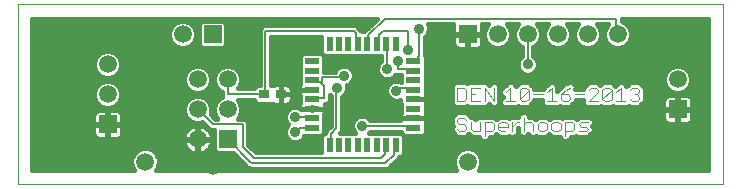
<source format=gtl>
G75*
%MOIN*%
%OFA0B0*%
%FSLAX24Y24*%
%IPPOS*%
%LPD*%
%AMOC8*
5,1,8,0,0,1.08239X$1,22.5*
%
%ADD10C,0.0000*%
%ADD11C,0.0040*%
%ADD12R,0.0500X0.0220*%
%ADD13R,0.0220X0.0500*%
%ADD14R,0.0594X0.0594*%
%ADD15C,0.0594*%
%ADD16R,0.0360X0.0315*%
%ADD17C,0.0160*%
%ADD18C,0.0350*%
%ADD19C,0.0070*%
%ADD20C,0.0591*%
D10*
X000180Y000180D02*
X000180Y006180D01*
X023680Y006180D01*
X023680Y000180D01*
X000180Y000180D01*
D11*
X014825Y002027D02*
X014902Y001950D01*
X015055Y001950D01*
X015132Y002027D01*
X015132Y002103D01*
X015055Y002180D01*
X014902Y002180D01*
X014825Y002257D01*
X014825Y002334D01*
X014902Y002410D01*
X015055Y002410D01*
X015132Y002334D01*
X015285Y002257D02*
X015285Y002027D01*
X015362Y001950D01*
X015592Y001950D01*
X015592Y002257D01*
X015746Y002257D02*
X015976Y002257D01*
X016053Y002180D01*
X016053Y002027D01*
X015976Y001950D01*
X015746Y001950D01*
X015746Y001797D02*
X015746Y002257D01*
X016206Y002180D02*
X016283Y002257D01*
X016436Y002257D01*
X016513Y002180D01*
X016513Y002103D01*
X016206Y002103D01*
X016206Y002027D02*
X016206Y002180D01*
X016206Y002027D02*
X016283Y001950D01*
X016436Y001950D01*
X016667Y001950D02*
X016667Y002257D01*
X016820Y002257D02*
X016897Y002257D01*
X016820Y002257D02*
X016667Y002103D01*
X017050Y002180D02*
X017127Y002257D01*
X017280Y002257D01*
X017357Y002180D01*
X017357Y001950D01*
X017511Y002027D02*
X017587Y001950D01*
X017741Y001950D01*
X017818Y002027D01*
X017818Y002180D01*
X017741Y002257D01*
X017587Y002257D01*
X017511Y002180D01*
X017511Y002027D01*
X017050Y001950D02*
X017050Y002410D01*
X017971Y002180D02*
X017971Y002027D01*
X018048Y001950D01*
X018201Y001950D01*
X018278Y002027D01*
X018278Y002180D01*
X018201Y002257D01*
X018048Y002257D01*
X017971Y002180D01*
X018431Y002257D02*
X018662Y002257D01*
X018738Y002180D01*
X018738Y002027D01*
X018662Y001950D01*
X018431Y001950D01*
X018431Y001797D02*
X018431Y002257D01*
X018892Y002180D02*
X018969Y002103D01*
X019122Y002103D01*
X019199Y002027D01*
X019122Y001950D01*
X018892Y001950D01*
X018892Y002180D02*
X018969Y002257D01*
X019199Y002257D01*
X019212Y002950D02*
X019519Y003257D01*
X019519Y003334D01*
X019443Y003410D01*
X019289Y003410D01*
X019212Y003334D01*
X019059Y003180D02*
X018752Y003180D01*
X018598Y003103D02*
X018598Y003027D01*
X018522Y002950D01*
X018368Y002950D01*
X018292Y003027D01*
X018292Y003180D01*
X018522Y003180D01*
X018598Y003103D01*
X018445Y003334D02*
X018292Y003180D01*
X017985Y003410D02*
X017831Y003257D01*
X017678Y003180D02*
X017371Y003180D01*
X017217Y003027D02*
X017141Y002950D01*
X016987Y002950D01*
X016910Y003027D01*
X017217Y003334D01*
X017217Y003027D01*
X016910Y003027D02*
X016910Y003334D01*
X016987Y003410D01*
X017141Y003410D01*
X017217Y003334D01*
X016603Y003410D02*
X016450Y003257D01*
X016603Y003410D02*
X016603Y002950D01*
X016450Y002950D02*
X016757Y002950D01*
X016053Y002950D02*
X016053Y003410D01*
X015746Y003410D02*
X016053Y002950D01*
X015746Y002950D02*
X015746Y003410D01*
X015592Y003410D02*
X015285Y003410D01*
X015285Y002950D01*
X015592Y002950D01*
X015439Y003180D02*
X015285Y003180D01*
X015132Y003027D02*
X015132Y003334D01*
X015055Y003410D01*
X014825Y003410D01*
X014825Y002950D01*
X015055Y002950D01*
X015132Y003027D01*
X017831Y002950D02*
X018138Y002950D01*
X017985Y002950D02*
X017985Y003410D01*
X018445Y003334D02*
X018598Y003410D01*
X019673Y003334D02*
X019673Y003027D01*
X019980Y003334D01*
X019980Y003027D01*
X019903Y002950D01*
X019749Y002950D01*
X019673Y003027D01*
X019519Y002950D02*
X019212Y002950D01*
X020133Y002950D02*
X020440Y002950D01*
X020287Y002950D02*
X020287Y003410D01*
X020133Y003257D01*
X019980Y003334D02*
X019903Y003410D01*
X019749Y003410D01*
X019673Y003334D01*
X020594Y003334D02*
X020670Y003410D01*
X020824Y003410D01*
X020900Y003334D01*
X020900Y003257D01*
X020824Y003180D01*
X020900Y003103D01*
X020900Y003027D01*
X020824Y002950D01*
X020670Y002950D01*
X020594Y003027D01*
X020747Y003180D02*
X020824Y003180D01*
D12*
X013370Y003023D03*
X013370Y003337D03*
X013370Y003652D03*
X013370Y003967D03*
X013370Y004282D03*
X009990Y004282D03*
X009990Y003967D03*
X009990Y003652D03*
X009990Y003337D03*
X009990Y003023D03*
X009990Y002708D03*
X009990Y002393D03*
X009990Y002078D03*
X013370Y002078D03*
X013370Y002393D03*
X013370Y002708D03*
D13*
X012782Y001490D03*
X012467Y001490D03*
X012152Y001490D03*
X011837Y001490D03*
X011523Y001490D03*
X011208Y001490D03*
X010893Y001490D03*
X010578Y001490D03*
X010578Y004870D03*
X010893Y004870D03*
X011208Y004870D03*
X011523Y004870D03*
X011837Y004870D03*
X012152Y004870D03*
X012467Y004870D03*
X012782Y004870D03*
D14*
X015180Y005180D03*
X022180Y002680D03*
X007180Y001680D03*
X003180Y002180D03*
X006680Y005180D03*
D15*
X005680Y005180D03*
X003180Y004180D03*
X003180Y003180D03*
X006180Y002680D03*
X007180Y002680D03*
X007180Y003680D03*
X006180Y003680D03*
X006180Y001680D03*
X016180Y005180D03*
X017180Y005180D03*
X018180Y005180D03*
X019180Y005180D03*
X020180Y005180D03*
X022180Y003680D03*
D16*
X008956Y003180D03*
X008404Y003180D03*
D17*
X008064Y002995D02*
X008064Y002956D01*
X008158Y002863D01*
X008650Y002863D01*
X008666Y002878D01*
X008706Y002855D01*
X008752Y002843D01*
X008956Y002843D01*
X009160Y002843D01*
X009205Y002855D01*
X009246Y002878D01*
X009280Y002912D01*
X009304Y002953D01*
X009316Y002999D01*
X009316Y003180D01*
X009316Y003361D01*
X009304Y003407D01*
X009280Y003448D01*
X009246Y003482D01*
X009205Y003505D01*
X009160Y003517D01*
X008956Y003517D01*
X008956Y003180D01*
X009316Y003180D01*
X008956Y003180D01*
X008956Y003180D01*
X008956Y003180D01*
X008956Y002843D01*
X008956Y003180D01*
X008956Y003180D01*
X008956Y003517D01*
X008752Y003517D01*
X008706Y003505D01*
X008666Y003482D01*
X008650Y003497D01*
X008635Y003497D01*
X008635Y005095D01*
X010308Y005095D01*
X010308Y004554D01*
X010401Y004460D01*
X012305Y004460D01*
X012305Y004309D01*
X012216Y004220D01*
X012165Y004097D01*
X012165Y003963D01*
X012216Y003840D01*
X012310Y003746D01*
X012433Y003695D01*
X012567Y003695D01*
X012690Y003746D01*
X012779Y003835D01*
X012960Y003835D01*
X012960Y003603D01*
X012872Y003640D01*
X012738Y003640D01*
X012615Y003589D01*
X012521Y003495D01*
X012470Y003372D01*
X012470Y003238D01*
X012521Y003115D01*
X012615Y003021D01*
X012738Y002970D01*
X012872Y002970D01*
X012940Y002998D01*
X012940Y002889D01*
X012952Y002843D01*
X012960Y002830D01*
X012960Y002585D01*
X012952Y002572D01*
X012940Y002526D01*
X012940Y002393D01*
X013370Y002393D01*
X013800Y002393D01*
X013800Y002526D01*
X013788Y002572D01*
X013780Y002585D01*
X013780Y002830D01*
X013788Y002843D01*
X013800Y002889D01*
X013800Y003023D01*
X013800Y003156D01*
X013788Y003202D01*
X013780Y003215D01*
X013780Y004459D01*
X013745Y004494D01*
X013745Y005081D01*
X013834Y005170D01*
X013885Y005293D01*
X013885Y005427D01*
X013848Y005515D01*
X014707Y005515D01*
X014703Y005501D01*
X014703Y005198D01*
X015162Y005198D01*
X015162Y005162D01*
X015198Y005162D01*
X015198Y005198D01*
X015657Y005198D01*
X015657Y005501D01*
X015653Y005515D01*
X015869Y005515D01*
X015793Y005439D01*
X015723Y005271D01*
X015723Y005089D01*
X015793Y004921D01*
X015921Y004793D01*
X016089Y004723D01*
X016271Y004723D01*
X016439Y004793D01*
X016567Y004921D01*
X016637Y005089D01*
X016637Y005271D01*
X016567Y005439D01*
X016491Y005515D01*
X016869Y005515D01*
X016793Y005439D01*
X016723Y005271D01*
X016723Y005089D01*
X016793Y004921D01*
X016921Y004793D01*
X016985Y004766D01*
X016985Y004459D01*
X016896Y004370D01*
X016845Y004247D01*
X016845Y004113D01*
X016896Y003990D01*
X016990Y003896D01*
X017113Y003845D01*
X017247Y003845D01*
X017370Y003896D01*
X017464Y003990D01*
X017515Y004113D01*
X017515Y004247D01*
X017464Y004370D01*
X017375Y004459D01*
X017375Y004766D01*
X017439Y004793D01*
X017567Y004921D01*
X017637Y005089D01*
X017637Y005271D01*
X017567Y005439D01*
X017491Y005515D01*
X017869Y005515D01*
X017793Y005439D01*
X017723Y005271D01*
X017723Y005089D01*
X017793Y004921D01*
X017921Y004793D01*
X018089Y004723D01*
X018271Y004723D01*
X018439Y004793D01*
X018567Y004921D01*
X018637Y005089D01*
X018637Y005271D01*
X018567Y005439D01*
X018491Y005515D01*
X018869Y005515D01*
X018793Y005439D01*
X018723Y005271D01*
X018723Y005089D01*
X018793Y004921D01*
X018921Y004793D01*
X019089Y004723D01*
X019271Y004723D01*
X019439Y004793D01*
X019567Y004921D01*
X019637Y005089D01*
X019637Y005271D01*
X019567Y005439D01*
X019491Y005515D01*
X019869Y005515D01*
X019793Y005439D01*
X019723Y005271D01*
X019723Y005089D01*
X019793Y004921D01*
X019921Y004793D01*
X020089Y004723D01*
X020271Y004723D01*
X020439Y004793D01*
X020567Y004921D01*
X020637Y005089D01*
X020637Y005271D01*
X020567Y005439D01*
X020439Y005567D01*
X020325Y005614D01*
X020325Y005700D01*
X023200Y005700D01*
X023200Y000660D01*
X015554Y000660D01*
X015566Y000672D01*
X015635Y000839D01*
X015635Y001021D01*
X015566Y001188D01*
X015438Y001316D01*
X015271Y001385D01*
X015089Y001385D01*
X014922Y001316D01*
X014794Y001188D01*
X014725Y001021D01*
X014725Y000839D01*
X014794Y000672D01*
X014806Y000660D01*
X004804Y000660D01*
X004816Y000672D01*
X004885Y000839D01*
X004885Y001021D01*
X004816Y001188D01*
X004688Y001316D01*
X004521Y001385D01*
X004339Y001385D01*
X004172Y001316D01*
X004044Y001188D01*
X003975Y001021D01*
X003975Y000839D01*
X004044Y000672D01*
X004056Y000660D01*
X000660Y000660D01*
X000660Y005700D01*
X012144Y005700D01*
X011724Y005280D01*
X011645Y005280D01*
X011645Y005301D01*
X011575Y005371D01*
X011461Y005485D01*
X008359Y005485D01*
X008245Y005371D01*
X008245Y003497D01*
X008158Y003497D01*
X008064Y003404D01*
X008064Y003385D01*
X007531Y003385D01*
X007567Y003421D01*
X007637Y003589D01*
X007637Y003771D01*
X007567Y003939D01*
X007439Y004067D01*
X007271Y004137D01*
X007089Y004137D01*
X006921Y004067D01*
X006793Y003939D01*
X006723Y003771D01*
X006723Y003589D01*
X006793Y003421D01*
X006921Y003293D01*
X006985Y003266D01*
X006985Y003109D01*
X006996Y003098D01*
X006921Y003067D01*
X006793Y002939D01*
X006723Y002771D01*
X006723Y002589D01*
X006793Y002421D01*
X006839Y002375D01*
X006761Y002375D01*
X006610Y002525D01*
X006637Y002589D01*
X006637Y002771D01*
X006567Y002939D01*
X006439Y003067D01*
X006271Y003137D01*
X006089Y003137D01*
X005921Y003067D01*
X005793Y002939D01*
X005723Y002771D01*
X005723Y002589D01*
X005793Y002421D01*
X005921Y002293D01*
X006089Y002223D01*
X006271Y002223D01*
X006335Y002250D01*
X006599Y001985D01*
X006723Y001985D01*
X006723Y001317D01*
X006817Y001223D01*
X007361Y001223D01*
X007750Y000834D01*
X007755Y000813D01*
X007806Y000778D01*
X007849Y000735D01*
X007871Y000735D01*
X007881Y000728D01*
X007924Y000685D01*
X007946Y000685D01*
X007964Y000673D01*
X008024Y000685D01*
X012511Y000685D01*
X012625Y000799D01*
X012905Y001079D01*
X012905Y001080D01*
X012959Y001080D01*
X013052Y001174D01*
X013052Y001806D01*
X012959Y001900D01*
X011894Y001900D01*
X011939Y001945D01*
X012960Y001945D01*
X012960Y001901D01*
X013054Y001808D01*
X013686Y001808D01*
X013780Y001901D01*
X013780Y002200D01*
X013788Y002213D01*
X013800Y002259D01*
X013800Y002393D01*
X013370Y002393D01*
X013370Y002393D01*
X013370Y002393D01*
X012940Y002393D01*
X012940Y002335D01*
X011939Y002335D01*
X011850Y002424D01*
X011727Y002475D01*
X011593Y002475D01*
X011470Y002424D01*
X011376Y002330D01*
X011325Y002207D01*
X011325Y002073D01*
X011376Y001950D01*
X011426Y001900D01*
X010926Y001900D01*
X011000Y001974D01*
X011000Y003112D01*
X011010Y003116D01*
X011104Y003210D01*
X011155Y003333D01*
X011155Y003467D01*
X011149Y003481D01*
X011245Y003521D01*
X011339Y003615D01*
X011390Y003738D01*
X011390Y003872D01*
X011339Y003995D01*
X011245Y004089D01*
X011122Y004140D01*
X010988Y004140D01*
X010865Y004089D01*
X010771Y003995D01*
X010750Y003945D01*
X010400Y003945D01*
X010400Y004459D01*
X010306Y004552D01*
X009674Y004552D01*
X009580Y004459D01*
X009580Y003530D01*
X009572Y003517D01*
X009560Y003471D01*
X009560Y003337D01*
X009560Y003204D01*
X009572Y003158D01*
X009580Y003145D01*
X009580Y002900D01*
X009572Y002887D01*
X009560Y002841D01*
X009560Y002739D01*
X009497Y002765D01*
X009363Y002765D01*
X009240Y002714D01*
X009146Y002620D01*
X009095Y002497D01*
X009095Y002363D01*
X009146Y002240D01*
X009206Y002180D01*
X009146Y002120D01*
X009095Y001997D01*
X009095Y001863D01*
X009146Y001740D01*
X009240Y001646D01*
X009363Y001595D01*
X009497Y001595D01*
X009620Y001646D01*
X009714Y001740D01*
X009742Y001808D01*
X010306Y001808D01*
X010400Y001901D01*
X010400Y002515D01*
X010408Y002528D01*
X010420Y002574D01*
X010420Y002708D01*
X010420Y002841D01*
X010416Y002855D01*
X010481Y002855D01*
X010595Y002969D01*
X010595Y003151D01*
X010610Y003136D01*
X010610Y002136D01*
X010529Y002055D01*
X010415Y001941D01*
X010415Y001900D01*
X010401Y001900D01*
X010308Y001806D01*
X010308Y001250D01*
X008136Y001250D01*
X007875Y001511D01*
X007875Y002261D01*
X007761Y002375D01*
X007521Y002375D01*
X007567Y002421D01*
X007637Y002589D01*
X007637Y002771D01*
X007567Y002939D01*
X007511Y002995D01*
X008064Y002995D01*
X008146Y002875D02*
X007594Y002875D01*
X007637Y002716D02*
X009245Y002716D01*
X009240Y002875D02*
X009569Y002875D01*
X009626Y002708D02*
X009990Y002708D01*
X009990Y002753D01*
X009990Y002708D01*
X009990Y002708D01*
X009990Y002708D01*
X010420Y002708D01*
X009990Y002708D01*
X009990Y002708D01*
X009626Y002708D01*
X009626Y002708D01*
X009990Y002708D02*
X009990Y002663D01*
X009990Y002663D01*
X009990Y002708D01*
X009990Y002708D01*
X009990Y002716D02*
X009990Y002716D01*
X009990Y002753D02*
X009990Y002753D01*
X010420Y002716D02*
X010610Y002716D01*
X010610Y002875D02*
X010500Y002875D01*
X010595Y003033D02*
X010610Y003033D01*
X011000Y003033D02*
X012603Y003033D01*
X012489Y003192D02*
X011085Y003192D01*
X011155Y003350D02*
X012470Y003350D01*
X012535Y003509D02*
X011215Y003509D01*
X011360Y003667D02*
X012960Y003667D01*
X012960Y003826D02*
X012769Y003826D01*
X012231Y003826D02*
X011390Y003826D01*
X011343Y003984D02*
X012165Y003984D01*
X012184Y004143D02*
X010400Y004143D01*
X010400Y004301D02*
X012297Y004301D01*
X012305Y004460D02*
X010399Y004460D01*
X010308Y004618D02*
X008635Y004618D01*
X008635Y004460D02*
X009581Y004460D01*
X009580Y004301D02*
X008635Y004301D01*
X008635Y004143D02*
X009580Y004143D01*
X009580Y003984D02*
X008635Y003984D01*
X008635Y003826D02*
X009580Y003826D01*
X009580Y003667D02*
X008635Y003667D01*
X008635Y003509D02*
X008719Y003509D01*
X008956Y003509D02*
X008956Y003509D01*
X009193Y003509D02*
X009570Y003509D01*
X009560Y003350D02*
X009316Y003350D01*
X009316Y003192D02*
X009563Y003192D01*
X009560Y003337D02*
X009990Y003337D01*
X009990Y003337D01*
X009560Y003337D01*
X008956Y003350D02*
X008956Y003350D01*
X008956Y003192D02*
X008956Y003192D01*
X008956Y003033D02*
X008956Y003033D01*
X009316Y003033D02*
X009580Y003033D01*
X008956Y002875D02*
X008956Y002875D01*
X008672Y002875D02*
X008662Y002875D01*
X009120Y002558D02*
X007624Y002558D01*
X007545Y002399D02*
X009095Y002399D01*
X009146Y002241D02*
X007875Y002241D01*
X007875Y002082D02*
X009130Y002082D01*
X009095Y001924D02*
X007875Y001924D01*
X007875Y001765D02*
X009136Y001765D01*
X009336Y001607D02*
X007875Y001607D01*
X007938Y001448D02*
X010308Y001448D01*
X010308Y001607D02*
X009524Y001607D01*
X009724Y001765D02*
X010308Y001765D01*
X010400Y001924D02*
X010415Y001924D01*
X010949Y001924D02*
X011403Y001924D01*
X011325Y002082D02*
X011000Y002082D01*
X011000Y002241D02*
X011339Y002241D01*
X011445Y002399D02*
X011000Y002399D01*
X011000Y002558D02*
X012948Y002558D01*
X012940Y002399D02*
X011875Y002399D01*
X011000Y002716D02*
X012960Y002716D01*
X012944Y002875D02*
X011000Y002875D01*
X010610Y002558D02*
X010416Y002558D01*
X010400Y002399D02*
X010610Y002399D01*
X010610Y002241D02*
X010400Y002241D01*
X010400Y002082D02*
X010556Y002082D01*
X011917Y001924D02*
X012960Y001924D01*
X013052Y001765D02*
X015566Y001765D01*
X015566Y001770D02*
X015566Y001722D01*
X015671Y001617D01*
X015820Y001617D01*
X015926Y001722D01*
X015926Y001770D01*
X016051Y001770D01*
X016080Y001800D01*
X016127Y001847D01*
X016127Y001847D01*
X016129Y001849D01*
X016132Y001847D01*
X016208Y001770D01*
X016511Y001770D01*
X016551Y001811D01*
X016592Y001770D01*
X016741Y001770D01*
X016847Y001875D01*
X016847Y002029D01*
X016870Y002053D01*
X016870Y001875D01*
X016976Y001770D01*
X017125Y001770D01*
X017204Y001849D01*
X017283Y001770D01*
X017432Y001770D01*
X017472Y001811D01*
X017513Y001770D01*
X017815Y001770D01*
X017875Y001830D01*
X017892Y001847D01*
X017892Y001847D01*
X017894Y001849D01*
X017973Y001770D01*
X018251Y001770D01*
X018251Y001722D01*
X018357Y001617D01*
X018506Y001617D01*
X018611Y001722D01*
X018611Y001770D01*
X018736Y001770D01*
X018777Y001811D01*
X018817Y001770D01*
X019197Y001770D01*
X019256Y001830D01*
X019273Y001847D01*
X019319Y001892D01*
X019379Y001952D01*
X019379Y002101D01*
X019338Y002142D01*
X019379Y002182D01*
X019379Y002331D01*
X019273Y002437D01*
X018894Y002437D01*
X018834Y002377D01*
X018815Y002358D01*
X018736Y002437D01*
X018357Y002437D01*
X018316Y002396D01*
X018276Y002437D01*
X017973Y002437D01*
X017912Y002375D01*
X017894Y002358D01*
X017815Y002437D01*
X017513Y002437D01*
X017451Y002375D01*
X017434Y002358D01*
X017432Y002360D01*
X017355Y002437D01*
X017230Y002437D01*
X017230Y002485D01*
X017125Y002590D01*
X016976Y002590D01*
X016870Y002485D01*
X016870Y002437D01*
X016745Y002437D01*
X016743Y002435D01*
X016741Y002437D01*
X016592Y002437D01*
X016551Y002396D01*
X016511Y002437D01*
X016208Y002437D01*
X016149Y002377D01*
X016129Y002358D01*
X016127Y002360D01*
X016051Y002437D01*
X015671Y002437D01*
X015669Y002435D01*
X015667Y002437D01*
X015518Y002437D01*
X015439Y002358D01*
X015360Y002437D01*
X015283Y002437D01*
X015235Y002485D01*
X015130Y002590D01*
X014827Y002590D01*
X014766Y002529D01*
X014722Y002485D01*
X014707Y002470D01*
X014645Y002408D01*
X014645Y002182D01*
X014686Y002142D01*
X014645Y002101D01*
X014645Y001952D01*
X014827Y001770D01*
X015130Y001770D01*
X015191Y001832D01*
X015206Y001847D01*
X015206Y001847D01*
X015209Y001849D01*
X015288Y001770D01*
X015566Y001770D01*
X015926Y001765D02*
X018251Y001765D01*
X018611Y001765D02*
X023200Y001765D01*
X023200Y001924D02*
X019350Y001924D01*
X019273Y001847D02*
X019273Y001847D01*
X019379Y002082D02*
X023200Y002082D01*
X023200Y002241D02*
X022589Y002241D01*
X022587Y002239D02*
X022621Y002273D01*
X022645Y002314D01*
X022657Y002359D01*
X022657Y002662D01*
X022198Y002662D01*
X022198Y002698D01*
X022657Y002698D01*
X022657Y003001D01*
X022645Y003046D01*
X022621Y003087D01*
X022587Y003121D01*
X022546Y003145D01*
X022501Y003157D01*
X022198Y003157D01*
X022198Y002698D01*
X022162Y002698D01*
X022162Y002662D01*
X022198Y002662D01*
X022198Y002203D01*
X022501Y002203D01*
X022546Y002215D01*
X022587Y002239D01*
X022657Y002399D02*
X023200Y002399D01*
X023200Y002558D02*
X022657Y002558D01*
X022657Y002716D02*
X023200Y002716D01*
X023200Y002875D02*
X022657Y002875D01*
X022648Y003033D02*
X023200Y003033D01*
X023200Y003192D02*
X021080Y003192D01*
X021080Y003182D02*
X021078Y003180D01*
X021080Y003178D01*
X021080Y002952D01*
X021019Y002891D01*
X020975Y002847D01*
X020975Y002847D01*
X020960Y002832D01*
X020898Y002770D01*
X020596Y002770D01*
X020555Y002811D01*
X020515Y002770D01*
X020059Y002770D01*
X020018Y002811D01*
X019978Y002770D01*
X019675Y002770D01*
X019634Y002811D01*
X019594Y002770D01*
X019138Y002770D01*
X019032Y002875D01*
X019032Y003000D01*
X018778Y003000D01*
X018778Y002952D01*
X018719Y002892D01*
X018673Y002847D01*
X018673Y002847D01*
X018656Y002830D01*
X018596Y002770D01*
X018294Y002770D01*
X018253Y002811D01*
X018213Y002770D01*
X017757Y002770D01*
X017651Y002875D01*
X017651Y003000D01*
X017397Y003000D01*
X017397Y002952D01*
X017336Y002891D01*
X017292Y002847D01*
X017292Y002847D01*
X017277Y002832D01*
X017215Y002770D01*
X016913Y002770D01*
X016872Y002811D01*
X016831Y002770D01*
X016375Y002770D01*
X016270Y002875D01*
X016270Y003025D01*
X016349Y003103D01*
X016270Y003182D01*
X016270Y003331D01*
X016423Y003485D01*
X016423Y003485D01*
X016529Y003590D01*
X016678Y003590D01*
X016783Y003485D01*
X016783Y003461D01*
X016790Y003468D01*
X016807Y003485D01*
X016807Y003485D01*
X016853Y003531D01*
X016913Y003590D01*
X017215Y003590D01*
X017292Y003514D01*
X017391Y003414D01*
X017397Y003408D01*
X017397Y003360D01*
X017680Y003360D01*
X017805Y003485D01*
X017805Y003485D01*
X017910Y003590D01*
X018059Y003590D01*
X018165Y003485D01*
X018165Y003308D01*
X018217Y003360D01*
X018217Y003360D01*
X018288Y003431D01*
X018298Y003461D01*
X018338Y003482D01*
X018370Y003514D01*
X018403Y003514D01*
X018585Y003605D01*
X018726Y003558D01*
X018793Y003424D01*
X018772Y003360D01*
X019032Y003360D01*
X019032Y003408D01*
X019109Y003485D01*
X019109Y003485D01*
X019153Y003529D01*
X019215Y003590D01*
X019517Y003590D01*
X019596Y003511D01*
X019615Y003531D01*
X019675Y003590D01*
X019978Y003590D01*
X020054Y003514D01*
X020095Y003473D01*
X020107Y003485D01*
X020107Y003485D01*
X020212Y003590D01*
X020361Y003590D01*
X020467Y003485D01*
X020467Y003461D01*
X020490Y003485D01*
X020490Y003485D01*
X020536Y003531D01*
X020596Y003590D01*
X020898Y003590D01*
X020975Y003514D01*
X021080Y003408D01*
X021080Y003182D01*
X021080Y003033D02*
X021712Y003033D01*
X021715Y003046D02*
X021703Y003001D01*
X021703Y002698D01*
X022162Y002698D01*
X022162Y003157D01*
X021859Y003157D01*
X021814Y003145D01*
X021773Y003121D01*
X021739Y003087D01*
X021715Y003046D01*
X022162Y003033D02*
X022198Y003033D01*
X022198Y002875D02*
X022162Y002875D01*
X022162Y002716D02*
X022198Y002716D01*
X022162Y002662D02*
X021703Y002662D01*
X021703Y002359D01*
X021715Y002314D01*
X021739Y002273D01*
X021773Y002239D01*
X021814Y002215D01*
X021859Y002203D01*
X022162Y002203D01*
X022162Y002662D01*
X022162Y002558D02*
X022198Y002558D01*
X022198Y002399D02*
X022162Y002399D01*
X021703Y002399D02*
X019311Y002399D01*
X019379Y002241D02*
X021771Y002241D01*
X022162Y002241D02*
X022198Y002241D01*
X021703Y002558D02*
X017158Y002558D01*
X016943Y002558D02*
X015163Y002558D01*
X015398Y002399D02*
X015480Y002399D01*
X016088Y002399D02*
X016170Y002399D01*
X016549Y002399D02*
X016554Y002399D01*
X016167Y002810D02*
X016127Y002770D01*
X016107Y002770D01*
X016091Y002759D01*
X016035Y002770D01*
X015978Y002770D01*
X015964Y002784D01*
X015944Y002788D01*
X015913Y002835D01*
X015899Y002849D01*
X015820Y002770D01*
X015671Y002770D01*
X015669Y002772D01*
X015667Y002770D01*
X015211Y002770D01*
X015170Y002811D01*
X015130Y002770D01*
X014750Y002770D01*
X014645Y002875D01*
X014645Y003025D01*
X014645Y003336D01*
X014645Y003485D01*
X014750Y003590D01*
X015130Y003590D01*
X015170Y003550D01*
X015211Y003590D01*
X015667Y003590D01*
X015669Y003588D01*
X015671Y003590D01*
X015691Y003590D01*
X015708Y003602D01*
X015764Y003590D01*
X015820Y003590D01*
X015835Y003576D01*
X015854Y003572D01*
X015886Y003525D01*
X015899Y003511D01*
X015978Y003590D01*
X016127Y003590D01*
X016233Y003485D01*
X016233Y003004D01*
X016244Y002988D01*
X016233Y002932D01*
X016233Y002875D01*
X016219Y002861D01*
X016215Y002842D01*
X016167Y002810D01*
X016232Y002875D02*
X016271Y002875D01*
X016278Y003033D02*
X016233Y003033D01*
X016233Y003192D02*
X016270Y003192D01*
X016289Y003350D02*
X016233Y003350D01*
X016209Y003509D02*
X016447Y003509D01*
X016760Y003509D02*
X016831Y003509D01*
X017297Y003509D02*
X017828Y003509D01*
X018141Y003509D02*
X018365Y003509D01*
X018207Y003350D02*
X018165Y003350D01*
X018751Y003509D02*
X019133Y003509D01*
X020059Y003509D02*
X020130Y003509D01*
X020443Y003509D02*
X020514Y003509D01*
X020980Y003509D02*
X021757Y003509D01*
X021723Y003589D02*
X021793Y003421D01*
X021921Y003293D01*
X022089Y003223D01*
X022271Y003223D01*
X022439Y003293D01*
X022567Y003421D01*
X022637Y003589D01*
X022637Y003771D01*
X022567Y003939D01*
X022439Y004067D01*
X022271Y004137D01*
X022089Y004137D01*
X021921Y004067D01*
X021793Y003939D01*
X021723Y003771D01*
X021723Y003589D01*
X021723Y003667D02*
X013780Y003667D01*
X013780Y003509D02*
X014669Y003509D01*
X014645Y003350D02*
X013780Y003350D01*
X013791Y003192D02*
X014645Y003192D01*
X014645Y003033D02*
X013800Y003033D01*
X013800Y003023D02*
X013370Y003023D01*
X013370Y003023D01*
X013800Y003023D01*
X013796Y002875D02*
X014646Y002875D01*
X014794Y002558D02*
X013792Y002558D01*
X013800Y002399D02*
X014645Y002399D01*
X014722Y002485D02*
X014722Y002485D01*
X014645Y002241D02*
X013795Y002241D01*
X013780Y002082D02*
X014645Y002082D01*
X014674Y001924D02*
X013780Y001924D01*
X013052Y001607D02*
X023200Y001607D01*
X023200Y001448D02*
X013052Y001448D01*
X013052Y001290D02*
X014896Y001290D01*
X014770Y001131D02*
X013010Y001131D01*
X012798Y000973D02*
X014725Y000973D01*
X014735Y000814D02*
X012640Y000814D01*
X010308Y001290D02*
X008096Y001290D01*
X007453Y001131D02*
X004840Y001131D01*
X004714Y001290D02*
X005906Y001290D01*
X005930Y001272D02*
X005997Y001238D01*
X006068Y001215D01*
X006142Y001203D01*
X006162Y001203D01*
X006162Y001662D01*
X005703Y001662D01*
X005703Y001642D01*
X005715Y001568D01*
X005738Y001497D01*
X005772Y001430D01*
X005816Y001369D01*
X005869Y001316D01*
X005930Y001272D01*
X006162Y001290D02*
X006198Y001290D01*
X006198Y001203D02*
X006218Y001203D01*
X006292Y001215D01*
X006363Y001238D01*
X006430Y001272D01*
X006491Y001316D01*
X006544Y001369D01*
X006588Y001430D01*
X006622Y001497D01*
X006645Y001568D01*
X006657Y001642D01*
X006657Y001662D01*
X006198Y001662D01*
X006198Y001698D01*
X006162Y001698D01*
X006162Y001662D01*
X006198Y001662D01*
X006198Y001203D01*
X006454Y001290D02*
X006751Y001290D01*
X006723Y001448D02*
X006597Y001448D01*
X006651Y001607D02*
X006723Y001607D01*
X006657Y001698D02*
X006657Y001718D01*
X006645Y001792D01*
X006622Y001863D01*
X006588Y001930D01*
X006544Y001991D01*
X006491Y002044D01*
X006430Y002088D01*
X006363Y002122D01*
X006292Y002145D01*
X006218Y002157D01*
X006198Y002157D01*
X006198Y001698D01*
X006657Y001698D01*
X006649Y001765D02*
X006723Y001765D01*
X006723Y001924D02*
X006591Y001924D01*
X006502Y002082D02*
X006438Y002082D01*
X006344Y002241D02*
X006313Y002241D01*
X006162Y002157D02*
X006142Y002157D01*
X006068Y002145D01*
X005997Y002122D01*
X005930Y002088D01*
X005869Y002044D01*
X005816Y001991D01*
X005772Y001930D01*
X005738Y001863D01*
X005715Y001792D01*
X005703Y001718D01*
X005703Y001698D01*
X006162Y001698D01*
X006162Y002157D01*
X006162Y002082D02*
X006198Y002082D01*
X006047Y002241D02*
X003657Y002241D01*
X003657Y002198D02*
X003657Y002501D01*
X003645Y002546D01*
X003621Y002587D01*
X003587Y002621D01*
X003546Y002645D01*
X003501Y002657D01*
X003198Y002657D01*
X003198Y002198D01*
X003162Y002198D01*
X003162Y002657D01*
X002859Y002657D01*
X002814Y002645D01*
X002773Y002621D01*
X002739Y002587D01*
X002715Y002546D01*
X002703Y002501D01*
X002703Y002198D01*
X003162Y002198D01*
X003162Y002162D01*
X003198Y002162D01*
X003198Y002198D01*
X003657Y002198D01*
X003657Y002162D02*
X003198Y002162D01*
X003198Y001703D01*
X003501Y001703D01*
X003546Y001715D01*
X003587Y001739D01*
X003621Y001773D01*
X003645Y001814D01*
X003657Y001859D01*
X003657Y002162D01*
X003657Y002082D02*
X005922Y002082D01*
X005769Y001924D02*
X003657Y001924D01*
X003613Y001765D02*
X005711Y001765D01*
X006162Y001765D02*
X006198Y001765D01*
X006198Y001924D02*
X006162Y001924D01*
X006162Y001607D02*
X006198Y001607D01*
X006198Y001448D02*
X006162Y001448D01*
X005763Y001448D02*
X000660Y001448D01*
X000660Y001607D02*
X005709Y001607D01*
X004885Y000973D02*
X007612Y000973D01*
X007754Y000814D02*
X004875Y000814D01*
X003985Y000814D02*
X000660Y000814D01*
X000660Y000973D02*
X003975Y000973D01*
X004020Y001131D02*
X000660Y001131D01*
X000660Y001290D02*
X004146Y001290D01*
X003162Y001703D02*
X002859Y001703D01*
X002814Y001715D01*
X002773Y001739D01*
X002739Y001773D01*
X002715Y001814D01*
X002703Y001859D01*
X002703Y002162D01*
X003162Y002162D01*
X003162Y001703D01*
X003162Y001765D02*
X003198Y001765D01*
X003198Y001924D02*
X003162Y001924D01*
X002747Y001765D02*
X000660Y001765D01*
X000660Y001924D02*
X002703Y001924D01*
X002703Y002082D02*
X000660Y002082D01*
X000660Y002241D02*
X002703Y002241D01*
X003162Y002241D02*
X003198Y002241D01*
X003198Y002082D02*
X003162Y002082D01*
X003162Y002399D02*
X003198Y002399D01*
X003198Y002558D02*
X003162Y002558D01*
X002722Y002558D02*
X000660Y002558D01*
X000660Y002399D02*
X002703Y002399D01*
X002921Y002793D02*
X003089Y002723D01*
X003271Y002723D01*
X003439Y002793D01*
X003567Y002921D01*
X003637Y003089D01*
X003637Y003271D01*
X003567Y003439D01*
X003439Y003567D01*
X003271Y003637D01*
X003089Y003637D01*
X002921Y003567D01*
X002793Y003439D01*
X002723Y003271D01*
X002723Y003089D01*
X002793Y002921D01*
X002921Y002793D01*
X002839Y002875D02*
X000660Y002875D01*
X000660Y002716D02*
X005723Y002716D01*
X005766Y002875D02*
X003521Y002875D01*
X003614Y003033D02*
X005887Y003033D01*
X005921Y003293D02*
X006089Y003223D01*
X006271Y003223D01*
X006439Y003293D01*
X006567Y003421D01*
X006637Y003589D01*
X006637Y003771D01*
X006567Y003939D01*
X006439Y004067D01*
X006271Y004137D01*
X006089Y004137D01*
X005921Y004067D01*
X005793Y003939D01*
X005723Y003771D01*
X005723Y003589D01*
X005793Y003421D01*
X005921Y003293D01*
X005864Y003350D02*
X003604Y003350D01*
X003637Y003192D02*
X006985Y003192D01*
X006864Y003350D02*
X006496Y003350D01*
X006603Y003509D02*
X006757Y003509D01*
X006723Y003667D02*
X006637Y003667D01*
X006614Y003826D02*
X006746Y003826D01*
X006838Y003984D02*
X006522Y003984D01*
X005838Y003984D02*
X003593Y003984D01*
X003567Y003921D02*
X003637Y004089D01*
X003637Y004271D01*
X003567Y004439D01*
X003439Y004567D01*
X003271Y004637D01*
X003089Y004637D01*
X002921Y004567D01*
X002793Y004439D01*
X002723Y004271D01*
X002723Y004089D01*
X002793Y003921D01*
X002921Y003793D01*
X003089Y003723D01*
X003271Y003723D01*
X003439Y003793D01*
X003567Y003921D01*
X003472Y003826D02*
X005746Y003826D01*
X005723Y003667D02*
X000660Y003667D01*
X000660Y003509D02*
X002862Y003509D01*
X002756Y003350D02*
X000660Y003350D01*
X000660Y003192D02*
X002723Y003192D01*
X002746Y003033D02*
X000660Y003033D01*
X000660Y003826D02*
X002888Y003826D01*
X002767Y003984D02*
X000660Y003984D01*
X000660Y004143D02*
X002723Y004143D01*
X002736Y004301D02*
X000660Y004301D01*
X000660Y004460D02*
X002813Y004460D01*
X003044Y004618D02*
X000660Y004618D01*
X000660Y004777D02*
X005460Y004777D01*
X005421Y004793D02*
X005589Y004723D01*
X005771Y004723D01*
X005939Y004793D01*
X006067Y004921D01*
X006137Y005089D01*
X006137Y005271D01*
X006067Y005439D01*
X005939Y005567D01*
X005771Y005637D01*
X005589Y005637D01*
X005421Y005567D01*
X005293Y005439D01*
X005223Y005271D01*
X005223Y005089D01*
X005293Y004921D01*
X005421Y004793D01*
X005900Y004777D02*
X006264Y004777D01*
X006223Y004817D02*
X006317Y004723D01*
X007043Y004723D01*
X007137Y004817D01*
X007137Y005543D01*
X007043Y005637D01*
X006317Y005637D01*
X006223Y005543D01*
X006223Y004817D01*
X006223Y004935D02*
X006073Y004935D01*
X006137Y005094D02*
X006223Y005094D01*
X006223Y005252D02*
X006137Y005252D01*
X006079Y005411D02*
X006223Y005411D01*
X006249Y005569D02*
X005935Y005569D01*
X005425Y005569D02*
X000660Y005569D01*
X000660Y005411D02*
X005281Y005411D01*
X005223Y005252D02*
X000660Y005252D01*
X000660Y005094D02*
X005223Y005094D01*
X005287Y004935D02*
X000660Y004935D01*
X003316Y004618D02*
X008245Y004618D01*
X008245Y004460D02*
X003547Y004460D01*
X003624Y004301D02*
X008245Y004301D01*
X008245Y004143D02*
X003637Y004143D01*
X003498Y003509D02*
X005757Y003509D01*
X006473Y003033D02*
X006887Y003033D01*
X006766Y002875D02*
X006594Y002875D01*
X006637Y002716D02*
X006723Y002716D01*
X006736Y002558D02*
X006624Y002558D01*
X006737Y002399D02*
X006815Y002399D01*
X005815Y002399D02*
X003657Y002399D01*
X003638Y002558D02*
X005736Y002558D01*
X007603Y003509D02*
X008245Y003509D01*
X008245Y003667D02*
X007637Y003667D01*
X007614Y003826D02*
X008245Y003826D01*
X008245Y003984D02*
X007522Y003984D01*
X007096Y004777D02*
X008245Y004777D01*
X008245Y004935D02*
X007137Y004935D01*
X007137Y005094D02*
X008245Y005094D01*
X008245Y005252D02*
X007137Y005252D01*
X007137Y005411D02*
X008285Y005411D01*
X008635Y005094D02*
X010308Y005094D01*
X010308Y004935D02*
X008635Y004935D01*
X008635Y004777D02*
X010308Y004777D01*
X011535Y005411D02*
X011855Y005411D01*
X012013Y005569D02*
X007111Y005569D01*
X010400Y003984D02*
X010767Y003984D01*
X013780Y003984D02*
X016902Y003984D01*
X016845Y004143D02*
X013780Y004143D01*
X013780Y004301D02*
X016868Y004301D01*
X016985Y004460D02*
X013779Y004460D01*
X013745Y004618D02*
X016985Y004618D01*
X017375Y004618D02*
X023200Y004618D01*
X023200Y004460D02*
X017375Y004460D01*
X017492Y004301D02*
X023200Y004301D01*
X023200Y004143D02*
X017515Y004143D01*
X017458Y003984D02*
X021838Y003984D01*
X021746Y003826D02*
X013780Y003826D01*
X014773Y004739D02*
X014814Y004715D01*
X014859Y004703D01*
X015162Y004703D01*
X015162Y005162D01*
X014703Y005162D01*
X014703Y004859D01*
X014715Y004814D01*
X014739Y004773D01*
X014773Y004739D01*
X014737Y004777D02*
X013745Y004777D01*
X013745Y004935D02*
X014703Y004935D01*
X014703Y005094D02*
X013757Y005094D01*
X013868Y005252D02*
X014703Y005252D01*
X014703Y005411D02*
X013885Y005411D01*
X015162Y005094D02*
X015198Y005094D01*
X015198Y005162D02*
X015198Y004703D01*
X015501Y004703D01*
X015546Y004715D01*
X015587Y004739D01*
X015621Y004773D01*
X015645Y004814D01*
X015657Y004859D01*
X015657Y005162D01*
X015198Y005162D01*
X015657Y005094D02*
X015723Y005094D01*
X015787Y004935D02*
X015657Y004935D01*
X015198Y004935D02*
X015162Y004935D01*
X015162Y004777D02*
X015198Y004777D01*
X015623Y004777D02*
X015960Y004777D01*
X016400Y004777D02*
X016960Y004777D01*
X017400Y004777D02*
X017960Y004777D01*
X018400Y004777D02*
X018960Y004777D01*
X018787Y004935D02*
X018573Y004935D01*
X018637Y005094D02*
X018723Y005094D01*
X018723Y005252D02*
X018637Y005252D01*
X018579Y005411D02*
X018781Y005411D01*
X019579Y005411D02*
X019781Y005411D01*
X019723Y005252D02*
X019637Y005252D01*
X019637Y005094D02*
X019723Y005094D01*
X019787Y004935D02*
X019573Y004935D01*
X019400Y004777D02*
X019960Y004777D01*
X020400Y004777D02*
X023200Y004777D01*
X023200Y004935D02*
X020573Y004935D01*
X020637Y005094D02*
X023200Y005094D01*
X023200Y005252D02*
X020637Y005252D01*
X020579Y005411D02*
X023200Y005411D01*
X023200Y005569D02*
X020435Y005569D01*
X017781Y005411D02*
X017579Y005411D01*
X017637Y005252D02*
X017723Y005252D01*
X017723Y005094D02*
X017637Y005094D01*
X017573Y004935D02*
X017787Y004935D01*
X016787Y004935D02*
X016573Y004935D01*
X016637Y005094D02*
X016723Y005094D01*
X016723Y005252D02*
X016637Y005252D01*
X016579Y005411D02*
X016781Y005411D01*
X015781Y005411D02*
X015657Y005411D01*
X015657Y005252D02*
X015723Y005252D01*
X021080Y003350D02*
X021864Y003350D01*
X022496Y003350D02*
X023200Y003350D01*
X023200Y003509D02*
X022603Y003509D01*
X022637Y003667D02*
X023200Y003667D01*
X023200Y003826D02*
X022614Y003826D01*
X022522Y003984D02*
X023200Y003984D01*
X021703Y002875D02*
X021003Y002875D01*
X021703Y002716D02*
X013780Y002716D01*
X016847Y001924D02*
X016870Y001924D01*
X017393Y002399D02*
X017475Y002399D01*
X017853Y002399D02*
X017935Y002399D01*
X018314Y002399D02*
X018319Y002399D01*
X018774Y002399D02*
X018856Y002399D01*
X018701Y002875D02*
X019033Y002875D01*
X017652Y002875D02*
X017320Y002875D01*
X015464Y001290D02*
X023200Y001290D01*
X023200Y001131D02*
X015590Y001131D01*
X015635Y000973D02*
X023200Y000973D01*
X023200Y000814D02*
X015625Y000814D01*
D18*
X011660Y002140D03*
X009430Y001930D03*
X009430Y002430D03*
X010820Y003400D03*
X011055Y003805D03*
X012500Y004030D03*
X012850Y004310D03*
X013200Y004660D03*
X014805Y004180D03*
X012805Y003305D03*
X017180Y004180D03*
X013550Y005360D03*
X010055Y004930D03*
X007430Y005180D03*
X019930Y002430D03*
D19*
X017180Y004180D02*
X017180Y005180D01*
X020130Y005220D02*
X020180Y005180D01*
X020130Y005220D02*
X020130Y005710D01*
X012430Y005710D01*
X011870Y005150D01*
X011870Y004870D01*
X011837Y004870D01*
X011523Y004870D02*
X011520Y004870D01*
X011450Y004940D01*
X011450Y005220D01*
X011380Y005290D01*
X008440Y005290D01*
X008440Y003190D01*
X008404Y003180D01*
X008370Y003190D01*
X007180Y003190D01*
X007180Y003680D01*
X009555Y003305D02*
X009555Y002805D01*
X009652Y002708D01*
X009990Y002708D01*
X009980Y002420D02*
X009440Y002420D01*
X009430Y002430D01*
X009980Y002420D02*
X009990Y002393D01*
X009990Y002078D02*
X009578Y002078D01*
X009430Y001930D01*
X010610Y001860D02*
X010610Y001510D01*
X010578Y001490D01*
X010610Y001860D02*
X010805Y002055D01*
X010805Y003305D01*
X010820Y003400D01*
X010400Y003470D02*
X010330Y003540D01*
X010330Y003750D01*
X011000Y003750D01*
X011055Y003805D01*
X010330Y003540D02*
X010260Y003610D01*
X010050Y003610D01*
X009990Y003652D01*
X010400Y003470D02*
X010400Y003050D01*
X010050Y003050D01*
X009990Y003023D01*
X009980Y003050D01*
X009958Y003305D02*
X009555Y003305D01*
X009958Y003305D02*
X009990Y003337D01*
X012500Y004030D02*
X012500Y004870D01*
X012467Y004870D01*
X012220Y004870D02*
X012152Y004870D01*
X012220Y004870D02*
X012220Y005150D01*
X012360Y005290D01*
X013200Y005290D01*
X013200Y004660D01*
X013550Y004450D02*
X013550Y005360D01*
X013550Y004450D02*
X013410Y004310D01*
X013370Y004282D01*
X013340Y004030D02*
X012850Y004030D01*
X012850Y004310D01*
X013340Y004030D02*
X013370Y003967D01*
X013340Y003400D02*
X012900Y003400D01*
X012805Y003305D01*
X013340Y003400D02*
X013370Y003337D01*
X013410Y003400D01*
X013340Y002140D02*
X011660Y002140D01*
X013340Y002140D02*
X013370Y002078D01*
X012782Y001490D02*
X012780Y001440D01*
X012710Y001370D01*
X012710Y001160D01*
X012430Y000880D01*
X008005Y000880D01*
X007930Y000930D01*
X007180Y001680D01*
X007680Y001430D02*
X008055Y001055D01*
X012305Y001055D01*
X012430Y001180D01*
X012430Y001440D01*
X012467Y001490D01*
X007680Y001430D02*
X007680Y002180D01*
X006680Y002180D01*
X006180Y002680D01*
D20*
X004430Y000930D03*
X006680Y000805D03*
X013430Y000930D03*
X015180Y000930D03*
M02*

</source>
